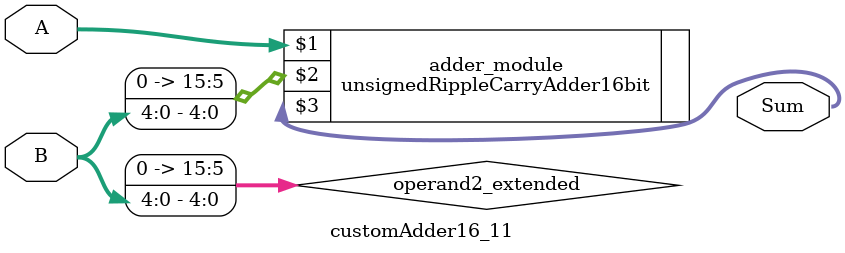
<source format=v>

module customAdder16_11(
                    input [15 : 0] A,
                    input [4 : 0] B,
                    
                    output [16 : 0] Sum
            );

    wire [15 : 0] operand2_extended;
    
    assign operand2_extended =  {11'b0, B};
    
    unsignedRippleCarryAdder16bit adder_module(
        A,
        operand2_extended,
        Sum
    );
    
endmodule
        
</source>
